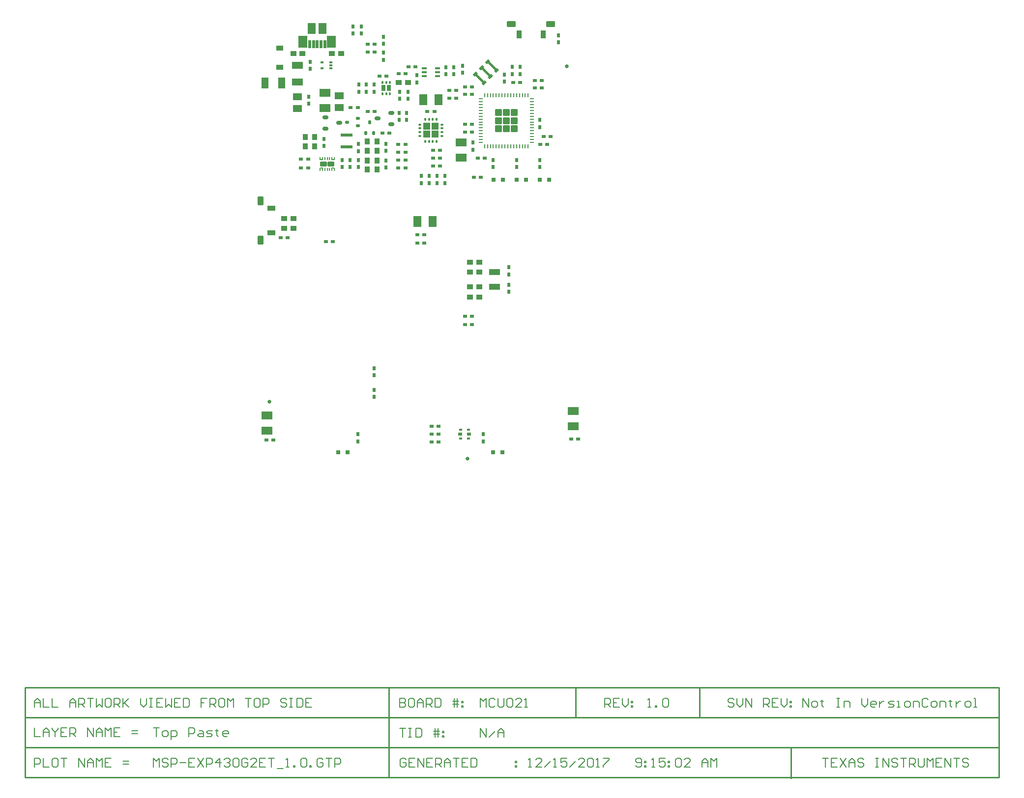
<source format=gtp>
G04 Layer_Color=9021481*
%FSAX25Y25*%
%MOIN*%
G70*
G01*
G75*
G04:AMPARAMS|DCode=10|XSize=43.31mil|YSize=74.8mil|CornerRadius=1.95mil|HoleSize=0mil|Usage=FLASHONLY|Rotation=90.000|XOffset=0mil|YOffset=0mil|HoleType=Round|Shape=RoundedRectangle|*
%AMROUNDEDRECTD10*
21,1,0.04331,0.07091,0,0,90.0*
21,1,0.03941,0.07480,0,0,90.0*
1,1,0.00390,0.03545,0.01971*
1,1,0.00390,0.03545,-0.01971*
1,1,0.00390,-0.03545,-0.01971*
1,1,0.00390,-0.03545,0.01971*
%
%ADD10ROUNDEDRECTD10*%
%ADD11R,0.03150X0.03150*%
G04:AMPARAMS|DCode=13|XSize=35.43mil|YSize=51.18mil|CornerRadius=1.95mil|HoleSize=0mil|Usage=FLASHONLY|Rotation=0.000|XOffset=0mil|YOffset=0mil|HoleType=Round|Shape=RoundedRectangle|*
%AMROUNDEDRECTD13*
21,1,0.03543,0.04728,0,0,0.0*
21,1,0.03154,0.05118,0,0,0.0*
1,1,0.00390,0.01577,-0.02364*
1,1,0.00390,-0.01577,-0.02364*
1,1,0.00390,-0.01577,0.02364*
1,1,0.00390,0.01577,0.02364*
%
%ADD13ROUNDEDRECTD13*%
G04:AMPARAMS|DCode=14|XSize=57.09mil|YSize=39.37mil|CornerRadius=1.97mil|HoleSize=0mil|Usage=FLASHONLY|Rotation=0.000|XOffset=0mil|YOffset=0mil|HoleType=Round|Shape=RoundedRectangle|*
%AMROUNDEDRECTD14*
21,1,0.05709,0.03543,0,0,0.0*
21,1,0.05315,0.03937,0,0,0.0*
1,1,0.00394,0.02658,-0.01772*
1,1,0.00394,-0.02658,-0.01772*
1,1,0.00394,-0.02658,0.01772*
1,1,0.00394,0.02658,0.01772*
%
%ADD14ROUNDEDRECTD14*%
G04:AMPARAMS|DCode=15|XSize=18.5mil|YSize=23.62mil|CornerRadius=1.94mil|HoleSize=0mil|Usage=FLASHONLY|Rotation=0.000|XOffset=0mil|YOffset=0mil|HoleType=Round|Shape=RoundedRectangle|*
%AMROUNDEDRECTD15*
21,1,0.01850,0.01974,0,0,0.0*
21,1,0.01462,0.02362,0,0,0.0*
1,1,0.00389,0.00731,-0.00987*
1,1,0.00389,-0.00731,-0.00987*
1,1,0.00389,-0.00731,0.00987*
1,1,0.00389,0.00731,0.00987*
%
%ADD15ROUNDEDRECTD15*%
G04:AMPARAMS|DCode=16|XSize=23.62mil|YSize=39.37mil|CornerRadius=5.91mil|HoleSize=0mil|Usage=FLASHONLY|Rotation=90.000|XOffset=0mil|YOffset=0mil|HoleType=Round|Shape=RoundedRectangle|*
%AMROUNDEDRECTD16*
21,1,0.02362,0.02756,0,0,90.0*
21,1,0.01181,0.03937,0,0,90.0*
1,1,0.01181,0.01378,0.00591*
1,1,0.01181,0.01378,-0.00591*
1,1,0.01181,-0.01378,-0.00591*
1,1,0.01181,-0.01378,0.00591*
%
%ADD16ROUNDEDRECTD16*%
%ADD17R,0.04803X0.03602*%
%ADD19O,0.01181X0.02362*%
%ADD20O,0.02362X0.01181*%
G04:AMPARAMS|DCode=21|XSize=9.45mil|YSize=23.62mil|CornerRadius=1.98mil|HoleSize=0mil|Usage=FLASHONLY|Rotation=270.000|XOffset=0mil|YOffset=0mil|HoleType=Round|Shape=RoundedRectangle|*
%AMROUNDEDRECTD21*
21,1,0.00945,0.01965,0,0,270.0*
21,1,0.00548,0.02362,0,0,270.0*
1,1,0.00397,-0.00983,-0.00274*
1,1,0.00397,-0.00983,0.00274*
1,1,0.00397,0.00983,0.00274*
1,1,0.00397,0.00983,-0.00274*
%
%ADD21ROUNDEDRECTD21*%
G04:AMPARAMS|DCode=22|XSize=9.45mil|YSize=23.62mil|CornerRadius=1.98mil|HoleSize=0mil|Usage=FLASHONLY|Rotation=180.000|XOffset=0mil|YOffset=0mil|HoleType=Round|Shape=RoundedRectangle|*
%AMROUNDEDRECTD22*
21,1,0.00945,0.01965,0,0,180.0*
21,1,0.00548,0.02362,0,0,180.0*
1,1,0.00397,-0.00274,0.00983*
1,1,0.00397,0.00274,0.00983*
1,1,0.00397,0.00274,-0.00983*
1,1,0.00397,-0.00274,-0.00983*
%
%ADD22ROUNDEDRECTD22*%
G04:AMPARAMS|DCode=24|XSize=102.36mil|YSize=15.75mil|CornerRadius=0mil|HoleSize=0mil|Usage=FLASHONLY|Rotation=315.000|XOffset=0mil|YOffset=0mil|HoleType=Round|Shape=Rectangle|*
%AMROTATEDRECTD24*
4,1,4,-0.04176,0.03062,-0.03062,0.04176,0.04176,-0.03062,0.03062,-0.04176,-0.04176,0.03062,0.0*
%
%ADD24ROTATEDRECTD24*%

G04:AMPARAMS|DCode=25|XSize=17.72mil|YSize=54.33mil|CornerRadius=1.95mil|HoleSize=0mil|Usage=FLASHONLY|Rotation=0.000|XOffset=0mil|YOffset=0mil|HoleType=Round|Shape=RoundedRectangle|*
%AMROUNDEDRECTD25*
21,1,0.01772,0.05043,0,0,0.0*
21,1,0.01382,0.05433,0,0,0.0*
1,1,0.00390,0.00691,-0.02522*
1,1,0.00390,-0.00691,-0.02522*
1,1,0.00390,-0.00691,0.02522*
1,1,0.00390,0.00691,0.02522*
%
%ADD25ROUNDEDRECTD25*%
G04:AMPARAMS|DCode=26|XSize=54.13mil|YSize=74.8mil|CornerRadius=1.9mil|HoleSize=0mil|Usage=FLASHONLY|Rotation=0.000|XOffset=0mil|YOffset=0mil|HoleType=Round|Shape=RoundedRectangle|*
%AMROUNDEDRECTD26*
21,1,0.05413,0.07101,0,0,0.0*
21,1,0.05034,0.07480,0,0,0.0*
1,1,0.00379,0.02517,-0.03551*
1,1,0.00379,-0.02517,-0.03551*
1,1,0.00379,-0.02517,0.03551*
1,1,0.00379,0.02517,0.03551*
%
%ADD26ROUNDEDRECTD26*%
G04:AMPARAMS|DCode=27|XSize=58.07mil|YSize=82.68mil|CornerRadius=2.03mil|HoleSize=0mil|Usage=FLASHONLY|Rotation=0.000|XOffset=0mil|YOffset=0mil|HoleType=Round|Shape=RoundedRectangle|*
%AMROUNDEDRECTD27*
21,1,0.05807,0.07861,0,0,0.0*
21,1,0.05401,0.08268,0,0,0.0*
1,1,0.00407,0.02700,-0.03931*
1,1,0.00407,-0.02700,-0.03931*
1,1,0.00407,-0.02700,0.03931*
1,1,0.00407,0.02700,0.03931*
%
%ADD27ROUNDEDRECTD27*%
%ADD28C,0.02500*%
G04:AMPARAMS|DCode=29|XSize=11.81mil|YSize=17.72mil|CornerRadius=1.95mil|HoleSize=0mil|Usage=FLASHONLY|Rotation=0.000|XOffset=0mil|YOffset=0mil|HoleType=Round|Shape=RoundedRectangle|*
%AMROUNDEDRECTD29*
21,1,0.01181,0.01382,0,0,0.0*
21,1,0.00791,0.01772,0,0,0.0*
1,1,0.00390,0.00396,-0.00691*
1,1,0.00390,-0.00396,-0.00691*
1,1,0.00390,-0.00396,0.00691*
1,1,0.00390,0.00396,0.00691*
%
%ADD29ROUNDEDRECTD29*%
%ADD31R,0.01969X0.01181*%
G04:AMPARAMS|DCode=32|XSize=7.87mil|YSize=21.65mil|CornerRadius=1.97mil|HoleSize=0mil|Usage=FLASHONLY|Rotation=0.000|XOffset=0mil|YOffset=0mil|HoleType=Round|Shape=RoundedRectangle|*
%AMROUNDEDRECTD32*
21,1,0.00787,0.01772,0,0,0.0*
21,1,0.00394,0.02165,0,0,0.0*
1,1,0.00394,0.00197,-0.00886*
1,1,0.00394,-0.00197,-0.00886*
1,1,0.00394,-0.00197,0.00886*
1,1,0.00394,0.00197,0.00886*
%
%ADD32ROUNDEDRECTD32*%
G04:AMPARAMS|DCode=35|XSize=15.75mil|YSize=33.47mil|CornerRadius=1.97mil|HoleSize=0mil|Usage=FLASHONLY|Rotation=270.000|XOffset=0mil|YOffset=0mil|HoleType=Round|Shape=RoundedRectangle|*
%AMROUNDEDRECTD35*
21,1,0.01575,0.02953,0,0,270.0*
21,1,0.01181,0.03347,0,0,270.0*
1,1,0.00394,-0.01476,-0.00591*
1,1,0.00394,-0.01476,0.00591*
1,1,0.00394,0.01476,0.00591*
1,1,0.00394,0.01476,-0.00591*
%
%ADD35ROUNDEDRECTD35*%
%ADD36R,0.07874X0.02362*%
G04:AMPARAMS|DCode=37|XSize=70.87mil|YSize=55.12mil|CornerRadius=1.93mil|HoleSize=0mil|Usage=FLASHONLY|Rotation=180.000|XOffset=0mil|YOffset=0mil|HoleType=Round|Shape=RoundedRectangle|*
%AMROUNDEDRECTD37*
21,1,0.07087,0.05126,0,0,180.0*
21,1,0.06701,0.05512,0,0,180.0*
1,1,0.00386,-0.03350,0.02563*
1,1,0.00386,0.03350,0.02563*
1,1,0.00386,0.03350,-0.02563*
1,1,0.00386,-0.03350,-0.02563*
%
%ADD37ROUNDEDRECTD37*%
%ADD38R,0.02165X0.01575*%
%ADD39R,0.02756X0.01969*%
%ADD40R,0.07284X0.05118*%
%ADD41R,0.06300X0.05000*%
%ADD42R,0.03937X0.03740*%
%ADD43R,0.03150X0.02362*%
%ADD44R,0.02362X0.03150*%
G04:AMPARAMS|DCode=45|XSize=70.87mil|YSize=55.12mil|CornerRadius=1.93mil|HoleSize=0mil|Usage=FLASHONLY|Rotation=90.000|XOffset=0mil|YOffset=0mil|HoleType=Round|Shape=RoundedRectangle|*
%AMROUNDEDRECTD45*
21,1,0.07087,0.05126,0,0,90.0*
21,1,0.06701,0.05512,0,0,90.0*
1,1,0.00386,0.02563,0.03350*
1,1,0.00386,0.02563,-0.03350*
1,1,0.00386,-0.02563,-0.03350*
1,1,0.00386,-0.02563,0.03350*
%
%ADD45ROUNDEDRECTD45*%
%ADD46R,0.03740X0.03937*%
G04:AMPARAMS|DCode=47|XSize=18.5mil|YSize=23.62mil|CornerRadius=1.94mil|HoleSize=0mil|Usage=FLASHONLY|Rotation=90.000|XOffset=0mil|YOffset=0mil|HoleType=Round|Shape=RoundedRectangle|*
%AMROUNDEDRECTD47*
21,1,0.01850,0.01974,0,0,90.0*
21,1,0.01462,0.02362,0,0,90.0*
1,1,0.00389,0.00987,0.00731*
1,1,0.00389,0.00987,-0.00731*
1,1,0.00389,-0.00987,-0.00731*
1,1,0.00389,-0.00987,0.00731*
%
%ADD47ROUNDEDRECTD47*%
%ADD48R,0.05118X0.07284*%
G04:AMPARAMS|DCode=49|XSize=35.43mil|YSize=51.18mil|CornerRadius=1.95mil|HoleSize=0mil|Usage=FLASHONLY|Rotation=90.000|XOffset=0mil|YOffset=0mil|HoleType=Round|Shape=RoundedRectangle|*
%AMROUNDEDRECTD49*
21,1,0.03543,0.04728,0,0,90.0*
21,1,0.03154,0.05118,0,0,90.0*
1,1,0.00390,0.02364,0.01577*
1,1,0.00390,0.02364,-0.01577*
1,1,0.00390,-0.02364,-0.01577*
1,1,0.00390,-0.02364,0.01577*
%
%ADD49ROUNDEDRECTD49*%
G04:AMPARAMS|DCode=50|XSize=57.09mil|YSize=39.37mil|CornerRadius=1.97mil|HoleSize=0mil|Usage=FLASHONLY|Rotation=90.000|XOffset=0mil|YOffset=0mil|HoleType=Round|Shape=RoundedRectangle|*
%AMROUNDEDRECTD50*
21,1,0.05709,0.03543,0,0,90.0*
21,1,0.05315,0.03937,0,0,90.0*
1,1,0.00394,0.01772,0.02658*
1,1,0.00394,0.01772,-0.02658*
1,1,0.00394,-0.01772,-0.02658*
1,1,0.00394,-0.01772,0.02658*
%
%ADD50ROUNDEDRECTD50*%
%ADD55C,0.01000*%
%ADD57C,0.00800*%
G04:AMPARAMS|DCode=90|XSize=46.85mil|YSize=46.85mil|CornerRadius=1.87mil|HoleSize=0mil|Usage=FLASHONLY|Rotation=0.000|XOffset=0mil|YOffset=0mil|HoleType=Round|Shape=RoundedRectangle|*
%AMROUNDEDRECTD90*
21,1,0.04685,0.04310,0,0,0.0*
21,1,0.04310,0.04685,0,0,0.0*
1,1,0.00375,0.02155,-0.02155*
1,1,0.00375,-0.02155,-0.02155*
1,1,0.00375,-0.02155,0.02155*
1,1,0.00375,0.02155,0.02155*
%
%ADD90ROUNDEDRECTD90*%
G04:AMPARAMS|DCode=91|XSize=39.37mil|YSize=27.56mil|CornerRadius=1.93mil|HoleSize=0mil|Usage=FLASHONLY|Rotation=270.000|XOffset=0mil|YOffset=0mil|HoleType=Round|Shape=RoundedRectangle|*
%AMROUNDEDRECTD91*
21,1,0.03937,0.02370,0,0,270.0*
21,1,0.03551,0.02756,0,0,270.0*
1,1,0.00386,-0.01185,-0.01776*
1,1,0.00386,-0.01185,0.01776*
1,1,0.00386,0.01185,0.01776*
1,1,0.00386,0.01185,-0.01776*
%
%ADD91ROUNDEDRECTD91*%
G04:AMPARAMS|DCode=92|XSize=33.47mil|YSize=43.7mil|CornerRadius=2.01mil|HoleSize=0mil|Usage=FLASHONLY|Rotation=270.000|XOffset=0mil|YOffset=0mil|HoleType=Round|Shape=RoundedRectangle|*
%AMROUNDEDRECTD92*
21,1,0.03347,0.03969,0,0,270.0*
21,1,0.02945,0.04370,0,0,270.0*
1,1,0.00402,-0.01984,-0.01472*
1,1,0.00402,-0.01984,0.01472*
1,1,0.00402,0.01984,0.01472*
1,1,0.00402,0.01984,-0.01472*
%
%ADD92ROUNDEDRECTD92*%
%ADD93R,0.04677X0.04677*%
%ADD94R,0.01575X0.00709*%
G04:AMPARAMS|DCode=95|XSize=1mil|YSize=1mil|CornerRadius=0mil|HoleSize=0mil|Usage=FLASHONLY|Rotation=0.000|XOffset=0mil|YOffset=0mil|HoleType=Round|Shape=RoundedRectangle|*
%AMROUNDEDRECTD95*
21,1,0.00100,0.00100,0,0,0.0*
21,1,0.00100,0.00100,0,0,0.0*
1,1,0.00000,0.00050,-0.00050*
1,1,0.00000,-0.00050,-0.00050*
1,1,0.00000,-0.00050,0.00050*
1,1,0.00000,0.00050,0.00050*
%
%ADD95ROUNDEDRECTD95*%
G04:AMPARAMS|DCode=96|XSize=7.87mil|YSize=21.65mil|CornerRadius=1.99mil|HoleSize=0mil|Usage=FLASHONLY|Rotation=0.000|XOffset=0mil|YOffset=0mil|HoleType=Round|Shape=RoundedRectangle|*
%AMROUNDEDRECTD96*
21,1,0.00787,0.01768,0,0,0.0*
21,1,0.00390,0.02165,0,0,0.0*
1,1,0.00398,0.00195,-0.00884*
1,1,0.00398,-0.00195,-0.00884*
1,1,0.00398,-0.00195,0.00884*
1,1,0.00398,0.00195,0.00884*
%
%ADD96ROUNDEDRECTD96*%
G36*
X0347098Y0517980D02*
X0344871Y0515753D01*
X0343479Y0517144D01*
X0345706Y0519372D01*
X0347098Y0517980D01*
D02*
G37*
G36*
X0357259Y0516170D02*
X0355032Y0513943D01*
X0353640Y0515335D01*
X0355867Y0517562D01*
X0357259Y0516170D01*
D02*
G37*
G36*
X0353084Y0511994D02*
X0350856Y0509767D01*
X0349465Y0511159D01*
X0351692Y0513386D01*
X0353084Y0511994D01*
D02*
G37*
G36*
X0355450Y0526331D02*
X0353223Y0524104D01*
X0351831Y0525496D01*
X0354058Y0527723D01*
X0355450Y0526331D01*
D02*
G37*
G36*
X0351274Y0522155D02*
X0349047Y0519928D01*
X0347655Y0521320D01*
X0349882Y0523547D01*
X0351274Y0522155D01*
D02*
G37*
G36*
X0361435Y0520346D02*
X0359208Y0518119D01*
X0357816Y0519511D01*
X0360043Y0521738D01*
X0361435Y0520346D01*
D02*
G37*
G54D10*
X0358432Y0373006D02*
D03*
Y0382849D02*
D03*
G54D11*
X0388944Y0445644D02*
D03*
X0395243D02*
D03*
X0357645D02*
D03*
X0363944D02*
D03*
X0379495D02*
D03*
X0373196D02*
D03*
X0258728Y0260506D02*
D03*
X0252428D02*
D03*
X0357428Y0260506D02*
D03*
X0363727D02*
D03*
G54D13*
X0391346Y0544250D02*
D03*
X0374810D02*
D03*
G54D14*
X0396365Y0551337D02*
D03*
X0369791D02*
D03*
G54D15*
X0276149Y0477337D02*
D03*
X0273590Y0484817D02*
D03*
X0271031Y0477337D02*
D03*
G54D16*
X0252920Y0484227D02*
D03*
X0243472Y0487967D02*
D03*
Y0480487D02*
D03*
X0278905Y0487180D02*
D03*
X0288353Y0490920D02*
D03*
Y0483439D02*
D03*
G54D17*
X0212763Y0534965D02*
D03*
Y0522071D02*
D03*
G54D19*
X0311287Y0486786D02*
D03*
X0313846D02*
D03*
X0316405D02*
D03*
X0318964D02*
D03*
Y0471825D02*
D03*
X0316405D02*
D03*
X0313846D02*
D03*
X0311287D02*
D03*
G54D20*
X0322605Y0483144D02*
D03*
Y0480585D02*
D03*
Y0478026D02*
D03*
Y0475467D02*
D03*
X0307645D02*
D03*
Y0478026D02*
D03*
Y0480585D02*
D03*
Y0483144D02*
D03*
G54D21*
X0348984Y0500565D02*
D03*
Y0498597D02*
D03*
Y0496628D02*
D03*
Y0494660D02*
D03*
Y0492691D02*
D03*
Y0490723D02*
D03*
Y0488754D02*
D03*
Y0486786D02*
D03*
Y0484817D02*
D03*
Y0482849D02*
D03*
Y0480880D02*
D03*
Y0478912D02*
D03*
Y0476943D02*
D03*
Y0474975D02*
D03*
Y0473006D02*
D03*
Y0471038D02*
D03*
X0383629D02*
D03*
Y0473006D02*
D03*
Y0474975D02*
D03*
Y0476943D02*
D03*
Y0478912D02*
D03*
Y0480880D02*
D03*
Y0482849D02*
D03*
Y0484817D02*
D03*
Y0486786D02*
D03*
Y0488754D02*
D03*
Y0490723D02*
D03*
Y0492691D02*
D03*
Y0494660D02*
D03*
Y0496628D02*
D03*
Y0498597D02*
D03*
Y0500565D02*
D03*
G54D22*
X0351539Y0468479D02*
D03*
X0353508D02*
D03*
X0355477D02*
D03*
X0357446D02*
D03*
X0359415D02*
D03*
X0361384D02*
D03*
X0363353D02*
D03*
X0365322D02*
D03*
X0367291D02*
D03*
X0369260D02*
D03*
X0371229D02*
D03*
X0373198D02*
D03*
X0375167D02*
D03*
X0377136D02*
D03*
X0379105D02*
D03*
X0381074D02*
D03*
Y0503124D02*
D03*
X0379105D02*
D03*
X0377136D02*
D03*
X0375167D02*
D03*
X0373198D02*
D03*
X0371229D02*
D03*
X0369260D02*
D03*
X0367291D02*
D03*
X0365322D02*
D03*
X0363353D02*
D03*
X0361384D02*
D03*
X0359415D02*
D03*
X0357446D02*
D03*
X0355477D02*
D03*
X0353508D02*
D03*
X0351539D02*
D03*
G54D24*
X0352527Y0518676D02*
D03*
X0348351Y0514500D02*
D03*
X0356702Y0522851D02*
D03*
G54D25*
X0243196Y0537825D02*
D03*
X0240637Y0537825D02*
D03*
X0238078Y0537825D02*
D03*
X0235519Y0537825D02*
D03*
X0232960Y0537825D02*
D03*
G54D26*
X0241769Y0548298D02*
D03*
X0234387D02*
D03*
G54D27*
X0247773Y0539243D02*
D03*
X0228383D02*
D03*
G54D28*
X0339928Y0256471D02*
D03*
X0407448Y0522613D02*
D03*
X0205480Y0294857D02*
D03*
G54D29*
X0287369Y0511687D02*
D03*
X0284810D02*
D03*
X0282251D02*
D03*
Y0504010D02*
D03*
X0284810D02*
D03*
X0287369D02*
D03*
G54D31*
X0247212Y0521431D02*
D03*
Y0523400D02*
D03*
Y0525368D02*
D03*
X0241306D02*
D03*
Y0521431D02*
D03*
G54D32*
X0246424Y0452829D02*
D03*
X0244850D02*
D03*
X0243275D02*
D03*
Y0460113D02*
D03*
X0244850D02*
D03*
X0246424D02*
D03*
G54D35*
X0319554Y0516117D02*
D03*
Y0518676D02*
D03*
Y0521235D02*
D03*
X0310696D02*
D03*
Y0518676D02*
D03*
Y0516117D02*
D03*
G54D36*
X0257842Y0467888D02*
D03*
Y0476156D02*
D03*
G54D37*
X0203905Y0285605D02*
D03*
Y0275368D02*
D03*
X0335794Y0460605D02*
D03*
Y0470841D02*
D03*
X0243275Y0494463D02*
D03*
Y0504699D02*
D03*
X0411582Y0288558D02*
D03*
Y0278321D02*
D03*
G54D38*
X0335420Y0275861D02*
D03*
Y0270152D02*
D03*
X0340735Y0275861D02*
D03*
Y0270152D02*
D03*
G54D39*
X0335125Y0273006D02*
D03*
X0341031D02*
D03*
G54D40*
X0224574Y0511983D02*
D03*
Y0523400D02*
D03*
G54D41*
X0253117Y0494794D02*
D03*
Y0502794D02*
D03*
X0224574Y0494006D02*
D03*
Y0502006D02*
D03*
G54D42*
X0299574Y0511786D02*
D03*
X0293275D02*
D03*
X0221818Y0419266D02*
D03*
X0215519D02*
D03*
X0221818Y0531471D02*
D03*
X0228117D02*
D03*
X0254298D02*
D03*
X0247999D02*
D03*
X0347802Y0389738D02*
D03*
X0341503D02*
D03*
X0347802Y0383046D02*
D03*
X0341503D02*
D03*
X0347802Y0373006D02*
D03*
X0341503D02*
D03*
X0347802Y0366117D02*
D03*
X0341503D02*
D03*
X0221818Y0412770D02*
D03*
X0215519D02*
D03*
G54D43*
X0203511Y0268872D02*
D03*
X0208235D02*
D03*
X0285007Y0516117D02*
D03*
X0280283D02*
D03*
X0310598Y0402534D02*
D03*
X0305873D02*
D03*
X0310598Y0408243D02*
D03*
X0305873D02*
D03*
X0343078Y0347416D02*
D03*
X0338353D02*
D03*
X0338354Y0483242D02*
D03*
X0343078D02*
D03*
X0351542Y0460211D02*
D03*
X0346818D02*
D03*
X0338353Y0477928D02*
D03*
X0343078D02*
D03*
X0375558Y0511786D02*
D03*
X0370834D02*
D03*
X0338354Y0503518D02*
D03*
X0343078D02*
D03*
X0260794Y0494660D02*
D03*
X0265519D02*
D03*
X0317487Y0492101D02*
D03*
X0312763D02*
D03*
X0321424Y0460211D02*
D03*
X0316700D02*
D03*
X0327527Y0506471D02*
D03*
X0332251D02*
D03*
X0343078Y0353124D02*
D03*
X0338353D02*
D03*
X0320440Y0267613D02*
D03*
X0315716D02*
D03*
X0320440Y0273006D02*
D03*
X0315716D02*
D03*
X0320440Y0278439D02*
D03*
X0315716D02*
D03*
X0348984Y0447219D02*
D03*
X0344259D02*
D03*
X0293078Y0453518D02*
D03*
X0297802D02*
D03*
X0338354Y0508833D02*
D03*
X0343078D02*
D03*
X0277133Y0532258D02*
D03*
X0272409D02*
D03*
X0277133Y0537573D02*
D03*
X0272409D02*
D03*
X0390322Y0507849D02*
D03*
X0385598D02*
D03*
Y0513164D02*
D03*
X0390322D02*
D03*
X0393865Y0469660D02*
D03*
X0389141D02*
D03*
X0396228Y0474975D02*
D03*
X0391503D02*
D03*
X0272409Y0491904D02*
D03*
X0277133D02*
D03*
X0282251Y0477337D02*
D03*
X0286976D02*
D03*
X0321424Y0454896D02*
D03*
X0316700D02*
D03*
X0316700Y0465526D02*
D03*
X0321424D02*
D03*
X0332251Y0501156D02*
D03*
X0327527D02*
D03*
X0231858Y0459621D02*
D03*
X0227133D02*
D03*
X0293078Y0464345D02*
D03*
X0297802D02*
D03*
X0293078Y0469660D02*
D03*
X0297802D02*
D03*
X0231857Y0453715D02*
D03*
X0227133D02*
D03*
X0293078Y0459030D02*
D03*
X0297802D02*
D03*
X0304692Y0522416D02*
D03*
X0299968D02*
D03*
X0297999Y0517691D02*
D03*
X0293275D02*
D03*
X0213353Y0406471D02*
D03*
X0218078D02*
D03*
X0248590Y0403518D02*
D03*
X0243865D02*
D03*
X0414928Y0269660D02*
D03*
X0410204D02*
D03*
G54D44*
X0265913Y0469857D02*
D03*
Y0465132D02*
D03*
X0368078Y0381471D02*
D03*
Y0386195D02*
D03*
X0368078Y0374384D02*
D03*
Y0369660D02*
D03*
X0266306Y0510211D02*
D03*
Y0505487D02*
D03*
X0271424Y0510211D02*
D03*
Y0505487D02*
D03*
X0276542Y0510211D02*
D03*
Y0505487D02*
D03*
X0299574Y0500762D02*
D03*
Y0505487D02*
D03*
X0319259Y0443479D02*
D03*
Y0448203D02*
D03*
X0313944Y0443479D02*
D03*
Y0448203D02*
D03*
X0365125Y0517101D02*
D03*
Y0512376D02*
D03*
X0370440Y0522219D02*
D03*
Y0517494D02*
D03*
X0388944Y0481471D02*
D03*
Y0486195D02*
D03*
X0343472Y0466117D02*
D03*
Y0470841D02*
D03*
X0375755Y0522219D02*
D03*
Y0517494D02*
D03*
X0232448Y0497219D02*
D03*
Y0501943D02*
D03*
X0282842Y0527140D02*
D03*
Y0531865D02*
D03*
X0282842Y0537967D02*
D03*
Y0542691D02*
D03*
X0262369Y0544857D02*
D03*
Y0549581D02*
D03*
X0233432Y0525565D02*
D03*
Y0520841D02*
D03*
X0242487Y0473400D02*
D03*
Y0468676D02*
D03*
X0266109Y0454306D02*
D03*
Y0459030D02*
D03*
X0284613Y0465329D02*
D03*
Y0470054D02*
D03*
X0284613Y0458833D02*
D03*
Y0454109D02*
D03*
X0260401Y0454305D02*
D03*
Y0459030D02*
D03*
X0276739Y0312967D02*
D03*
Y0317691D02*
D03*
X0276739Y0303124D02*
D03*
Y0298400D02*
D03*
X0265578Y0272869D02*
D03*
Y0268144D02*
D03*
X0350578Y0268144D02*
D03*
Y0272869D02*
D03*
X0357448Y0459030D02*
D03*
Y0454306D02*
D03*
X0373196Y0459030D02*
D03*
Y0454306D02*
D03*
X0388944Y0459030D02*
D03*
Y0454306D02*
D03*
X0324574Y0443479D02*
D03*
Y0448203D02*
D03*
X0308629D02*
D03*
Y0443479D02*
D03*
X0267881Y0549581D02*
D03*
Y0544857D02*
D03*
X0298787Y0490920D02*
D03*
Y0486195D02*
D03*
X0293472Y0490920D02*
D03*
Y0486195D02*
D03*
X0336779Y0523006D02*
D03*
Y0518282D02*
D03*
X0401543Y0543676D02*
D03*
Y0538951D02*
D03*
X0255086Y0459030D02*
D03*
Y0454306D02*
D03*
X0293878Y0505369D02*
D03*
Y0500644D02*
D03*
X0330480Y0517298D02*
D03*
Y0522022D02*
D03*
X0325165Y0517298D02*
D03*
Y0522022D02*
D03*
X0305676Y0516510D02*
D03*
Y0511786D02*
D03*
G54D45*
X0316306Y0417298D02*
D03*
X0306070D02*
D03*
X0320243Y0499975D02*
D03*
X0310007D02*
D03*
G54D46*
X0236385Y0474581D02*
D03*
Y0468282D02*
D03*
X0229889Y0474581D02*
D03*
Y0468282D02*
D03*
X0271818Y0465329D02*
D03*
Y0471628D02*
D03*
X0271818Y0458833D02*
D03*
Y0452534D02*
D03*
X0278708Y0471628D02*
D03*
Y0465329D02*
D03*
Y0452534D02*
D03*
Y0458833D02*
D03*
G54D47*
X0265716Y0487376D02*
D03*
X0258236Y0484817D02*
D03*
X0265716Y0482258D02*
D03*
G54D48*
X0202527Y0511392D02*
D03*
X0213944D02*
D03*
G54D49*
X0206834Y0426274D02*
D03*
Y0409739D02*
D03*
G54D50*
X0199747Y0431294D02*
D03*
Y0404719D02*
D03*
G54D55*
X0497200Y0080717D02*
Y0101050D01*
X0413200Y0080717D02*
Y0101050D01*
X0040000Y0080717D02*
X0700200D01*
X0040000Y0060383D02*
X0700000D01*
X0040000Y0040050D02*
X0440500D01*
X0040050Y0101050D02*
X0700200D01*
X0040050Y0040050D02*
Y0101050D01*
Y0040050D02*
X0197600D01*
X0040000D02*
Y0101050D01*
X0286500Y0040050D02*
Y0101050D01*
X0700200Y0040050D02*
Y0101050D01*
X0440500Y0040050D02*
X0700200D01*
X0559400Y0039400D02*
Y0059683D01*
G54D57*
X0126900Y0073549D02*
X0130899D01*
X0128899D01*
Y0067551D01*
X0133898D02*
X0135897D01*
X0136897Y0068550D01*
Y0070550D01*
X0135897Y0071549D01*
X0133898D01*
X0132898Y0070550D01*
Y0068550D01*
X0133898Y0067551D01*
X0138896Y0065551D02*
Y0071549D01*
X0141895D01*
X0142895Y0070550D01*
Y0068550D01*
X0141895Y0067551D01*
X0138896D01*
X0150892D02*
Y0073549D01*
X0153891D01*
X0154891Y0072549D01*
Y0070550D01*
X0153891Y0069550D01*
X0150892D01*
X0157890Y0071549D02*
X0159889D01*
X0160889Y0070550D01*
Y0067551D01*
X0157890D01*
X0156890Y0068550D01*
X0157890Y0069550D01*
X0160889D01*
X0162888Y0067551D02*
X0165887D01*
X0166887Y0068550D01*
X0165887Y0069550D01*
X0163888D01*
X0162888Y0070550D01*
X0163888Y0071549D01*
X0166887D01*
X0169886Y0072549D02*
Y0071549D01*
X0168886D01*
X0170886D01*
X0169886D01*
Y0068550D01*
X0170886Y0067551D01*
X0176884D02*
X0174884D01*
X0173885Y0068550D01*
Y0070550D01*
X0174884Y0071549D01*
X0176884D01*
X0177884Y0070550D01*
Y0069550D01*
X0173885D01*
X0567400Y0087833D02*
Y0093831D01*
X0571399Y0087833D01*
Y0093831D01*
X0574398Y0087833D02*
X0576397D01*
X0577397Y0088833D01*
Y0090832D01*
X0576397Y0091832D01*
X0574398D01*
X0573398Y0090832D01*
Y0088833D01*
X0574398Y0087833D01*
X0580396Y0092832D02*
Y0091832D01*
X0579396D01*
X0581395D01*
X0580396D01*
Y0088833D01*
X0581395Y0087833D01*
X0590393Y0093831D02*
X0592392D01*
X0591392D01*
Y0087833D01*
X0590393D01*
X0592392D01*
X0595391D02*
Y0091832D01*
X0598390D01*
X0599390Y0090832D01*
Y0087833D01*
X0607387Y0093831D02*
Y0089833D01*
X0609386Y0087833D01*
X0611386Y0089833D01*
Y0093831D01*
X0616384Y0087833D02*
X0614385D01*
X0613385Y0088833D01*
Y0090832D01*
X0614385Y0091832D01*
X0616384D01*
X0617384Y0090832D01*
Y0089833D01*
X0613385D01*
X0619383Y0091832D02*
Y0087833D01*
Y0089833D01*
X0620383Y0090832D01*
X0621383Y0091832D01*
X0622382D01*
X0625381Y0087833D02*
X0628380D01*
X0629380Y0088833D01*
X0628380Y0089833D01*
X0626381D01*
X0625381Y0090832D01*
X0626381Y0091832D01*
X0629380D01*
X0631379Y0087833D02*
X0633379D01*
X0632379D01*
Y0091832D01*
X0631379D01*
X0637377Y0087833D02*
X0639377D01*
X0640376Y0088833D01*
Y0090832D01*
X0639377Y0091832D01*
X0637377D01*
X0636378Y0090832D01*
Y0088833D01*
X0637377Y0087833D01*
X0642376D02*
Y0091832D01*
X0645375D01*
X0646374Y0090832D01*
Y0087833D01*
X0652373Y0092832D02*
X0651373Y0093831D01*
X0649373D01*
X0648374Y0092832D01*
Y0088833D01*
X0649373Y0087833D01*
X0651373D01*
X0652373Y0088833D01*
X0655372Y0087833D02*
X0657371D01*
X0658371Y0088833D01*
Y0090832D01*
X0657371Y0091832D01*
X0655372D01*
X0654372Y0090832D01*
Y0088833D01*
X0655372Y0087833D01*
X0660370D02*
Y0091832D01*
X0663369D01*
X0664369Y0090832D01*
Y0087833D01*
X0667368Y0092832D02*
Y0091832D01*
X0666368D01*
X0668367D01*
X0667368D01*
Y0088833D01*
X0668367Y0087833D01*
X0671366Y0091832D02*
Y0087833D01*
Y0089833D01*
X0672366Y0090832D01*
X0673366Y0091832D01*
X0674365D01*
X0678364Y0087833D02*
X0680364D01*
X0681363Y0088833D01*
Y0090832D01*
X0680364Y0091832D01*
X0678364D01*
X0677364Y0090832D01*
Y0088833D01*
X0678364Y0087833D01*
X0683362D02*
X0685362D01*
X0684362D01*
Y0093831D01*
X0683362D01*
X0520799Y0092832D02*
X0519799Y0093831D01*
X0517800D01*
X0516800Y0092832D01*
Y0091832D01*
X0517800Y0090832D01*
X0519799D01*
X0520799Y0089833D01*
Y0088833D01*
X0519799Y0087833D01*
X0517800D01*
X0516800Y0088833D01*
X0522798Y0093831D02*
Y0089833D01*
X0524797Y0087833D01*
X0526797Y0089833D01*
Y0093831D01*
X0528796Y0087833D02*
Y0093831D01*
X0532795Y0087833D01*
Y0093831D01*
X0540792Y0087833D02*
Y0093831D01*
X0543791D01*
X0544791Y0092832D01*
Y0090832D01*
X0543791Y0089833D01*
X0540792D01*
X0542792D02*
X0544791Y0087833D01*
X0550789Y0093831D02*
X0546790D01*
Y0087833D01*
X0550789D01*
X0546790Y0090832D02*
X0548790D01*
X0552788Y0093831D02*
Y0089833D01*
X0554788Y0087833D01*
X0556787Y0089833D01*
Y0093831D01*
X0558786Y0091832D02*
X0559786D01*
Y0090832D01*
X0558786D01*
Y0091832D01*
Y0088833D02*
X0559786D01*
Y0087833D01*
X0558786D01*
Y0088833D01*
X0433000Y0087833D02*
Y0093831D01*
X0435999D01*
X0436999Y0092832D01*
Y0090832D01*
X0435999Y0089833D01*
X0433000D01*
X0434999D02*
X0436999Y0087833D01*
X0442997Y0093831D02*
X0438998D01*
Y0087833D01*
X0442997D01*
X0438998Y0090832D02*
X0440997D01*
X0444996Y0093831D02*
Y0089833D01*
X0446995Y0087833D01*
X0448995Y0089833D01*
Y0093831D01*
X0450994Y0091832D02*
X0451994D01*
Y0090832D01*
X0450994D01*
Y0091832D01*
Y0088833D02*
X0451994D01*
Y0087833D01*
X0450994D01*
Y0088833D01*
X0126900Y0046966D02*
Y0052965D01*
X0128899Y0050965D01*
X0130899Y0052965D01*
Y0046966D01*
X0136897Y0051965D02*
X0135897Y0052965D01*
X0133898D01*
X0132898Y0051965D01*
Y0050965D01*
X0133898Y0049966D01*
X0135897D01*
X0136897Y0048966D01*
Y0047966D01*
X0135897Y0046966D01*
X0133898D01*
X0132898Y0047966D01*
X0138896Y0046966D02*
Y0052965D01*
X0141895D01*
X0142895Y0051965D01*
Y0049966D01*
X0141895Y0048966D01*
X0138896D01*
X0144894Y0049966D02*
X0148893D01*
X0154891Y0052965D02*
X0150892D01*
Y0046966D01*
X0154891D01*
X0150892Y0049966D02*
X0152892D01*
X0156890Y0052965D02*
X0160889Y0046966D01*
Y0052965D02*
X0156890Y0046966D01*
X0162888D02*
Y0052965D01*
X0165887D01*
X0166887Y0051965D01*
Y0049966D01*
X0165887Y0048966D01*
X0162888D01*
X0171885Y0046966D02*
Y0052965D01*
X0168886Y0049966D01*
X0172885D01*
X0174884Y0051965D02*
X0175884Y0052965D01*
X0177884D01*
X0178883Y0051965D01*
Y0050965D01*
X0177884Y0049966D01*
X0176884D01*
X0177884D01*
X0178883Y0048966D01*
Y0047966D01*
X0177884Y0046966D01*
X0175884D01*
X0174884Y0047966D01*
X0180883Y0051965D02*
X0181882Y0052965D01*
X0183882D01*
X0184881Y0051965D01*
Y0047966D01*
X0183882Y0046966D01*
X0181882D01*
X0180883Y0047966D01*
Y0051965D01*
X0190879D02*
X0189880Y0052965D01*
X0187880D01*
X0186881Y0051965D01*
Y0047966D01*
X0187880Y0046966D01*
X0189880D01*
X0190879Y0047966D01*
Y0049966D01*
X0188880D01*
X0196877Y0046966D02*
X0192879D01*
X0196877Y0050965D01*
Y0051965D01*
X0195878Y0052965D01*
X0193878D01*
X0192879Y0051965D01*
X0202875Y0052965D02*
X0198877D01*
Y0046966D01*
X0202875D01*
X0198877Y0049966D02*
X0200876D01*
X0204875Y0052965D02*
X0208874D01*
X0206874D01*
Y0046966D01*
X0210873Y0045967D02*
X0214872D01*
X0216871Y0046966D02*
X0218870D01*
X0217871D01*
Y0052965D01*
X0216871Y0051965D01*
X0221869Y0046966D02*
Y0047966D01*
X0222869D01*
Y0046966D01*
X0221869D01*
X0226868Y0051965D02*
X0227867Y0052965D01*
X0229867D01*
X0230866Y0051965D01*
Y0047966D01*
X0229867Y0046966D01*
X0227867D01*
X0226868Y0047966D01*
Y0051965D01*
X0232866Y0046966D02*
Y0047966D01*
X0233865D01*
Y0046966D01*
X0232866D01*
X0241863Y0051965D02*
X0240863Y0052965D01*
X0238864D01*
X0237864Y0051965D01*
Y0047966D01*
X0238864Y0046966D01*
X0240863D01*
X0241863Y0047966D01*
Y0049966D01*
X0239863D01*
X0243862Y0052965D02*
X0247861D01*
X0245862D01*
Y0046966D01*
X0249860D02*
Y0052965D01*
X0252859D01*
X0253859Y0051965D01*
Y0049966D01*
X0252859Y0048966D01*
X0249860D01*
X0381150Y0046966D02*
X0383149D01*
X0382150D01*
Y0052965D01*
X0381150Y0051965D01*
X0390147Y0046966D02*
X0386148D01*
X0390147Y0050965D01*
Y0051965D01*
X0389147Y0052965D01*
X0387148D01*
X0386148Y0051965D01*
X0392146Y0046966D02*
X0396145Y0050965D01*
X0398145Y0046966D02*
X0400144D01*
X0399144D01*
Y0052965D01*
X0398145Y0051965D01*
X0407142Y0052965D02*
X0403143D01*
Y0049966D01*
X0405142Y0050965D01*
X0406142D01*
X0407142Y0049966D01*
Y0047966D01*
X0406142Y0046966D01*
X0404143D01*
X0403143Y0047966D01*
X0409141Y0046966D02*
X0413140Y0050965D01*
X0419138Y0046966D02*
X0415139D01*
X0419138Y0050965D01*
Y0051965D01*
X0418138Y0052965D01*
X0416139D01*
X0415139Y0051965D01*
X0421137D02*
X0422137Y0052965D01*
X0424136D01*
X0425136Y0051965D01*
Y0047966D01*
X0424136Y0046966D01*
X0422137D01*
X0421137Y0047966D01*
Y0051965D01*
X0427135Y0046966D02*
X0429135D01*
X0428135D01*
Y0052965D01*
X0427135Y0051965D01*
X0432133Y0052965D02*
X0436132D01*
Y0051965D01*
X0432133Y0047966D01*
Y0046966D01*
X0298199Y0051965D02*
X0297199Y0052965D01*
X0295200D01*
X0294200Y0051965D01*
Y0047966D01*
X0295200Y0046966D01*
X0297199D01*
X0298199Y0047966D01*
Y0049966D01*
X0296199D01*
X0304197Y0052965D02*
X0300198D01*
Y0046966D01*
X0304197D01*
X0300198Y0049966D02*
X0302197D01*
X0306196Y0046966D02*
Y0052965D01*
X0310195Y0046966D01*
Y0052965D01*
X0316193D02*
X0312194D01*
Y0046966D01*
X0316193D01*
X0312194Y0049966D02*
X0314194D01*
X0318192Y0046966D02*
Y0052965D01*
X0321191D01*
X0322191Y0051965D01*
Y0049966D01*
X0321191Y0048966D01*
X0318192D01*
X0320192D02*
X0322191Y0046966D01*
X0324190D02*
Y0050965D01*
X0326190Y0052965D01*
X0328189Y0050965D01*
Y0046966D01*
Y0049966D01*
X0324190D01*
X0330188Y0052965D02*
X0334187D01*
X0332188D01*
Y0046966D01*
X0340185Y0052965D02*
X0336186D01*
Y0046966D01*
X0340185D01*
X0336186Y0049966D02*
X0338186D01*
X0342184Y0052965D02*
Y0046966D01*
X0345183D01*
X0346183Y0047966D01*
Y0051965D01*
X0345183Y0052965D01*
X0342184D01*
X0372175Y0050965D02*
X0373175D01*
Y0049966D01*
X0372175D01*
Y0050965D01*
Y0047966D02*
X0373175D01*
Y0046966D01*
X0372175D01*
Y0047966D01*
X0046350Y0087833D02*
Y0091832D01*
X0048349Y0093831D01*
X0050349Y0091832D01*
Y0087833D01*
Y0090832D01*
X0046350D01*
X0052348Y0093831D02*
Y0087833D01*
X0056347D01*
X0058346Y0093831D02*
Y0087833D01*
X0062345D01*
X0070342D02*
Y0091832D01*
X0072342Y0093831D01*
X0074341Y0091832D01*
Y0087833D01*
Y0090832D01*
X0070342D01*
X0076340Y0087833D02*
Y0093831D01*
X0079339D01*
X0080339Y0092832D01*
Y0090832D01*
X0079339Y0089833D01*
X0076340D01*
X0078340D02*
X0080339Y0087833D01*
X0082338Y0093831D02*
X0086337D01*
X0084338D01*
Y0087833D01*
X0088336Y0093831D02*
Y0087833D01*
X0090336Y0089833D01*
X0092335Y0087833D01*
Y0093831D01*
X0097334D02*
X0095334D01*
X0094335Y0092832D01*
Y0088833D01*
X0095334Y0087833D01*
X0097334D01*
X0098333Y0088833D01*
Y0092832D01*
X0097334Y0093831D01*
X0100332Y0087833D02*
Y0093831D01*
X0103332D01*
X0104331Y0092832D01*
Y0090832D01*
X0103332Y0089833D01*
X0100332D01*
X0102332D02*
X0104331Y0087833D01*
X0106331Y0093831D02*
Y0087833D01*
Y0089833D01*
X0110329Y0093831D01*
X0107330Y0090832D01*
X0110329Y0087833D01*
X0118327Y0093831D02*
Y0089833D01*
X0120326Y0087833D01*
X0122325Y0089833D01*
Y0093831D01*
X0124325D02*
X0126324D01*
X0125324D01*
Y0087833D01*
X0124325D01*
X0126324D01*
X0133322Y0093831D02*
X0129323D01*
Y0087833D01*
X0133322D01*
X0129323Y0090832D02*
X0131323D01*
X0135321Y0093831D02*
Y0087833D01*
X0137321Y0089833D01*
X0139320Y0087833D01*
Y0093831D01*
X0145318D02*
X0141319D01*
Y0087833D01*
X0145318D01*
X0141319Y0090832D02*
X0143319D01*
X0147317Y0093831D02*
Y0087833D01*
X0150316D01*
X0151316Y0088833D01*
Y0092832D01*
X0150316Y0093831D01*
X0147317D01*
X0163312D02*
X0159313D01*
Y0090832D01*
X0161313D01*
X0159313D01*
Y0087833D01*
X0165312D02*
Y0093831D01*
X0168310D01*
X0169310Y0092832D01*
Y0090832D01*
X0168310Y0089833D01*
X0165312D01*
X0167311D02*
X0169310Y0087833D01*
X0174309Y0093831D02*
X0172309D01*
X0171310Y0092832D01*
Y0088833D01*
X0172309Y0087833D01*
X0174309D01*
X0175308Y0088833D01*
Y0092832D01*
X0174309Y0093831D01*
X0177308Y0087833D02*
Y0093831D01*
X0179307Y0091832D01*
X0181306Y0093831D01*
Y0087833D01*
X0189304Y0093831D02*
X0193303D01*
X0191303D01*
Y0087833D01*
X0198301Y0093831D02*
X0196301D01*
X0195302Y0092832D01*
Y0088833D01*
X0196301Y0087833D01*
X0198301D01*
X0199301Y0088833D01*
Y0092832D01*
X0198301Y0093831D01*
X0201300Y0087833D02*
Y0093831D01*
X0204299D01*
X0205299Y0092832D01*
Y0090832D01*
X0204299Y0089833D01*
X0201300D01*
X0217295Y0092832D02*
X0216295Y0093831D01*
X0214296D01*
X0213296Y0092832D01*
Y0091832D01*
X0214296Y0090832D01*
X0216295D01*
X0217295Y0089833D01*
Y0088833D01*
X0216295Y0087833D01*
X0214296D01*
X0213296Y0088833D01*
X0219294Y0093831D02*
X0221293D01*
X0220294D01*
Y0087833D01*
X0219294D01*
X0221293D01*
X0224292Y0093831D02*
Y0087833D01*
X0227291D01*
X0228291Y0088833D01*
Y0092832D01*
X0227291Y0093831D01*
X0224292D01*
X0234289D02*
X0230291D01*
Y0087833D01*
X0234289D01*
X0230291Y0090832D02*
X0232290D01*
X0462150Y0087833D02*
X0464149D01*
X0463150D01*
Y0093831D01*
X0462150Y0092832D01*
X0467148Y0087833D02*
Y0088833D01*
X0468148D01*
Y0087833D01*
X0467148D01*
X0472147Y0092832D02*
X0473146Y0093831D01*
X0475146D01*
X0476146Y0092832D01*
Y0088833D01*
X0475146Y0087833D01*
X0473146D01*
X0472147Y0088833D01*
Y0092832D01*
X0348550Y0087833D02*
Y0093831D01*
X0350549Y0091832D01*
X0352549Y0093831D01*
Y0087833D01*
X0358547Y0092832D02*
X0357547Y0093831D01*
X0355548D01*
X0354548Y0092832D01*
Y0088833D01*
X0355548Y0087833D01*
X0357547D01*
X0358547Y0088833D01*
X0360546Y0093831D02*
Y0088833D01*
X0361546Y0087833D01*
X0363545D01*
X0364545Y0088833D01*
Y0093831D01*
X0366544Y0092832D02*
X0367544Y0093831D01*
X0369543D01*
X0370543Y0092832D01*
Y0088833D01*
X0369543Y0087833D01*
X0367544D01*
X0366544Y0088833D01*
Y0092832D01*
X0376541Y0087833D02*
X0372542D01*
X0376541Y0091832D01*
Y0092832D01*
X0375541Y0093831D01*
X0373542D01*
X0372542Y0092832D01*
X0378540Y0087833D02*
X0380540D01*
X0379540D01*
Y0093831D01*
X0378540Y0092832D01*
X0294000Y0093831D02*
Y0087833D01*
X0296999D01*
X0297999Y0088833D01*
Y0089833D01*
X0296999Y0090832D01*
X0294000D01*
X0296999D01*
X0297999Y0091832D01*
Y0092832D01*
X0296999Y0093831D01*
X0294000D01*
X0302997D02*
X0300998D01*
X0299998Y0092832D01*
Y0088833D01*
X0300998Y0087833D01*
X0302997D01*
X0303997Y0088833D01*
Y0092832D01*
X0302997Y0093831D01*
X0305996Y0087833D02*
Y0091832D01*
X0307996Y0093831D01*
X0309995Y0091832D01*
Y0087833D01*
Y0090832D01*
X0305996D01*
X0311994Y0087833D02*
Y0093831D01*
X0314993D01*
X0315993Y0092832D01*
Y0090832D01*
X0314993Y0089833D01*
X0311994D01*
X0313994D02*
X0315993Y0087833D01*
X0317992Y0093831D02*
Y0087833D01*
X0320991D01*
X0321991Y0088833D01*
Y0092832D01*
X0320991Y0093831D01*
X0317992D01*
X0330988Y0087833D02*
Y0093831D01*
X0332987D02*
Y0087833D01*
X0329988Y0091832D02*
X0332987D01*
X0333987D01*
X0329988Y0089833D02*
X0333987D01*
X0335986Y0091832D02*
X0336986D01*
Y0090832D01*
X0335986D01*
Y0091832D01*
Y0088833D02*
X0336986D01*
Y0087833D01*
X0335986D01*
Y0088833D01*
X0046350Y0073549D02*
Y0067551D01*
X0050349D01*
X0052348D02*
Y0071549D01*
X0054347Y0073549D01*
X0056347Y0071549D01*
Y0067551D01*
Y0070550D01*
X0052348D01*
X0058346Y0073549D02*
Y0072549D01*
X0060346Y0070550D01*
X0062345Y0072549D01*
Y0073549D01*
X0060346Y0070550D02*
Y0067551D01*
X0068343Y0073549D02*
X0064344D01*
Y0067551D01*
X0068343D01*
X0064344Y0070550D02*
X0066343D01*
X0070342Y0067551D02*
Y0073549D01*
X0073341D01*
X0074341Y0072549D01*
Y0070550D01*
X0073341Y0069550D01*
X0070342D01*
X0072342D02*
X0074341Y0067551D01*
X0082338D02*
Y0073549D01*
X0086337Y0067551D01*
Y0073549D01*
X0088336Y0067551D02*
Y0071549D01*
X0090336Y0073549D01*
X0092335Y0071549D01*
Y0067551D01*
Y0070550D01*
X0088336D01*
X0094335Y0067551D02*
Y0073549D01*
X0096334Y0071549D01*
X0098333Y0073549D01*
Y0067551D01*
X0104331Y0073549D02*
X0100332D01*
Y0067551D01*
X0104331D01*
X0100332Y0070550D02*
X0102332D01*
X0112329Y0069550D02*
X0116327D01*
X0112329Y0071549D02*
X0116327D01*
X0046350Y0046966D02*
Y0052965D01*
X0049349D01*
X0050349Y0051965D01*
Y0049966D01*
X0049349Y0048966D01*
X0046350D01*
X0052348Y0052965D02*
Y0046966D01*
X0056347D01*
X0061345Y0052965D02*
X0059346D01*
X0058346Y0051965D01*
Y0047966D01*
X0059346Y0046966D01*
X0061345D01*
X0062345Y0047966D01*
Y0051965D01*
X0061345Y0052965D01*
X0064344D02*
X0068343D01*
X0066343D01*
Y0046966D01*
X0076340D02*
Y0052965D01*
X0080339Y0046966D01*
Y0052965D01*
X0082338Y0046966D02*
Y0050965D01*
X0084338Y0052965D01*
X0086337Y0050965D01*
Y0046966D01*
Y0049966D01*
X0082338D01*
X0088336Y0046966D02*
Y0052965D01*
X0090336Y0050965D01*
X0092335Y0052965D01*
Y0046966D01*
X0098333Y0052965D02*
X0094335D01*
Y0046966D01*
X0098333D01*
X0094335Y0049966D02*
X0096334D01*
X0106331Y0048966D02*
X0110329D01*
X0106331Y0050965D02*
X0110329D01*
X0454050Y0047966D02*
X0455050Y0046966D01*
X0457049D01*
X0458049Y0047966D01*
Y0051965D01*
X0457049Y0052965D01*
X0455050D01*
X0454050Y0051965D01*
Y0050965D01*
X0455050Y0049966D01*
X0458049D01*
X0460048Y0050965D02*
X0461048D01*
Y0049966D01*
X0460048D01*
Y0050965D01*
Y0047966D02*
X0461048D01*
Y0046966D01*
X0460048D01*
Y0047966D01*
X0465046Y0046966D02*
X0467046D01*
X0466046D01*
Y0052965D01*
X0465046Y0051965D01*
X0474044Y0052965D02*
X0470045D01*
Y0049966D01*
X0472044Y0050965D01*
X0473044D01*
X0474044Y0049966D01*
Y0047966D01*
X0473044Y0046966D01*
X0471044D01*
X0470045Y0047966D01*
X0476043Y0050965D02*
X0477043D01*
Y0049966D01*
X0476043D01*
Y0050965D01*
Y0047966D02*
X0477043D01*
Y0046966D01*
X0476043D01*
Y0047966D01*
X0481041Y0051965D02*
X0482041Y0052965D01*
X0484040D01*
X0485040Y0051965D01*
Y0047966D01*
X0484040Y0046966D01*
X0482041D01*
X0481041Y0047966D01*
Y0051965D01*
X0491038Y0046966D02*
X0487039D01*
X0491038Y0050965D01*
Y0051965D01*
X0490038Y0052965D01*
X0488039D01*
X0487039Y0051965D01*
X0499035Y0046966D02*
Y0050965D01*
X0501035Y0052965D01*
X0503034Y0050965D01*
Y0046966D01*
Y0049966D01*
X0499035D01*
X0505033Y0046966D02*
Y0052965D01*
X0507033Y0050965D01*
X0509032Y0052965D01*
Y0046966D01*
X0580500Y0052965D02*
X0584499D01*
X0582499D01*
Y0046966D01*
X0590497Y0052965D02*
X0586498D01*
Y0046966D01*
X0590497D01*
X0586498Y0049966D02*
X0588497D01*
X0592496Y0052965D02*
X0596495Y0046966D01*
Y0052965D02*
X0592496Y0046966D01*
X0598494D02*
Y0050965D01*
X0600493Y0052965D01*
X0602493Y0050965D01*
Y0046966D01*
Y0049966D01*
X0598494D01*
X0608491Y0051965D02*
X0607491Y0052965D01*
X0605492D01*
X0604492Y0051965D01*
Y0050965D01*
X0605492Y0049966D01*
X0607491D01*
X0608491Y0048966D01*
Y0047966D01*
X0607491Y0046966D01*
X0605492D01*
X0604492Y0047966D01*
X0616488Y0052965D02*
X0618488D01*
X0617488D01*
Y0046966D01*
X0616488D01*
X0618488D01*
X0621487D02*
Y0052965D01*
X0625486Y0046966D01*
Y0052965D01*
X0631484Y0051965D02*
X0630484Y0052965D01*
X0628484D01*
X0627485Y0051965D01*
Y0050965D01*
X0628484Y0049966D01*
X0630484D01*
X0631484Y0048966D01*
Y0047966D01*
X0630484Y0046966D01*
X0628484D01*
X0627485Y0047966D01*
X0633483Y0052965D02*
X0637482D01*
X0635482D01*
Y0046966D01*
X0639481D02*
Y0052965D01*
X0642480D01*
X0643480Y0051965D01*
Y0049966D01*
X0642480Y0048966D01*
X0639481D01*
X0641480D02*
X0643480Y0046966D01*
X0645479Y0052965D02*
Y0047966D01*
X0646479Y0046966D01*
X0648478D01*
X0649478Y0047966D01*
Y0052965D01*
X0651477Y0046966D02*
Y0052965D01*
X0653476Y0050965D01*
X0655476Y0052965D01*
Y0046966D01*
X0661474Y0052965D02*
X0657475D01*
Y0046966D01*
X0661474D01*
X0657475Y0049966D02*
X0659474D01*
X0663473Y0046966D02*
Y0052965D01*
X0667472Y0046966D01*
Y0052965D01*
X0669471D02*
X0673470D01*
X0671471D01*
Y0046966D01*
X0679468Y0051965D02*
X0678468Y0052965D01*
X0676469D01*
X0675469Y0051965D01*
Y0050965D01*
X0676469Y0049966D01*
X0678468D01*
X0679468Y0048966D01*
Y0047966D01*
X0678468Y0046966D01*
X0676469D01*
X0675469Y0047966D01*
X0294000Y0073498D02*
X0297999D01*
X0295999D01*
Y0067500D01*
X0299998Y0073498D02*
X0301997D01*
X0300998D01*
Y0067500D01*
X0299998D01*
X0301997D01*
X0304996Y0073498D02*
Y0067500D01*
X0307996D01*
X0308995Y0068500D01*
Y0072498D01*
X0307996Y0073498D01*
X0304996D01*
X0317992Y0067500D02*
Y0073498D01*
X0319992D02*
Y0067500D01*
X0316993Y0071499D02*
X0319992D01*
X0320991D01*
X0316993Y0069499D02*
X0320991D01*
X0322991Y0071499D02*
X0323990D01*
Y0070499D01*
X0322991D01*
Y0071499D01*
Y0068500D02*
X0323990D01*
Y0067500D01*
X0322991D01*
Y0068500D01*
X0348550Y0067500D02*
Y0073498D01*
X0352549Y0067500D01*
Y0073498D01*
X0354548Y0067500D02*
X0358547Y0071499D01*
X0360546Y0067500D02*
Y0071499D01*
X0362545Y0073498D01*
X0364545Y0071499D01*
Y0067500D01*
Y0070499D01*
X0360546D01*
G54D90*
X0366306Y0485802D02*
D03*
X0371779D02*
D03*
X0360834D02*
D03*
Y0491274D02*
D03*
X0371779D02*
D03*
X0366306D02*
D03*
X0360834Y0480329D02*
D03*
X0371779D02*
D03*
X0366306D02*
D03*
G54D91*
X0286582Y0507849D02*
D03*
X0283039D02*
D03*
G54D92*
X0247428Y0456471D02*
D03*
X0242271D02*
D03*
G54D93*
X0317858Y0482038D02*
D03*
X0312393D02*
D03*
Y0476573D02*
D03*
X0317858D02*
D03*
G54D94*
X0248786Y0459384D02*
D03*
X0248786Y0453557D02*
D03*
X0240913Y0453557D02*
D03*
X0240913Y0459384D02*
D03*
G54D95*
X0366306Y0485802D02*
D03*
G54D96*
X0247999Y0460113D02*
D03*
X0249574D02*
D03*
X0241700D02*
D03*
X0240125D02*
D03*
Y0452829D02*
D03*
X0241700D02*
D03*
X0247999D02*
D03*
X0249574D02*
D03*
M02*

</source>
